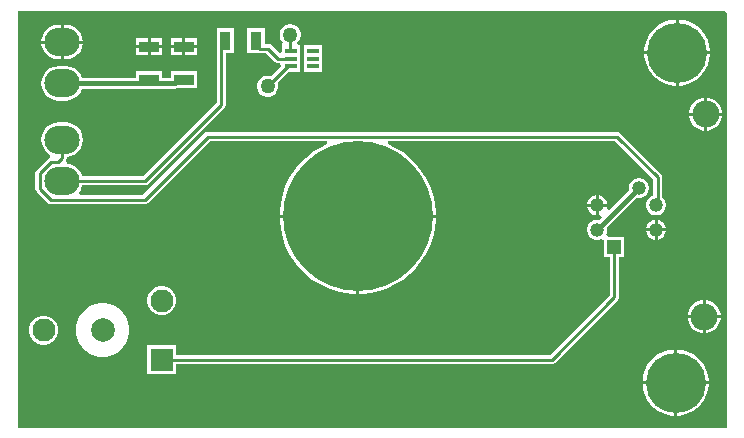
<source format=gbr>
%TF.GenerationSoftware,Altium Limited,Altium Designer,24.6.1 (21)*%
G04 Layer_Physical_Order=1*
G04 Layer_Color=255*
%FSLAX45Y45*%
%MOMM*%
%TF.SameCoordinates,973C4F09-4287-4DA2-A26F-92637CA031E7*%
%TF.FilePolarity,Positive*%
%TF.FileFunction,Copper,L1,Top,Signal*%
%TF.Part,Single*%
G01*
G75*
%TA.AperFunction,SMDPad,CuDef*%
%ADD10R,1.70000X0.95000*%
%ADD11R,1.00000X0.45000*%
%ADD12R,0.95606X1.60981*%
%TA.AperFunction,Conductor*%
%ADD13C,0.38100*%
%ADD14C,0.25400*%
%TA.AperFunction,ComponentPad*%
%ADD15R,1.19200X1.19200*%
%ADD16C,1.19200*%
%TA.AperFunction,ViaPad*%
%ADD17C,12.70000*%
%ADD18C,5.08000*%
%TA.AperFunction,ComponentPad*%
%ADD19R,1.95000X1.95000*%
%ADD20C,1.95000*%
%ADD21C,2.00000*%
%TA.AperFunction,ViaPad*%
%ADD22C,2.28600*%
%TA.AperFunction,ComponentPad*%
%ADD23O,3.00000X2.40000*%
%TA.AperFunction,ViaPad*%
%ADD24C,1.27000*%
G36*
X8547100Y12682038D02*
Y9169400D01*
X2547339D01*
X2545189Y9174589D01*
Y12698773D01*
X8529138Y12699996D01*
X8547100Y12682038D01*
D02*
G37*
%LPC*%
G36*
X2951000Y12579955D02*
X2933700D01*
Y12446000D01*
X3095983D01*
X3092658Y12471257D01*
X3078007Y12506627D01*
X3054701Y12537001D01*
X3024327Y12560307D01*
X2988957Y12574958D01*
X2951000Y12579955D01*
D02*
G37*
G36*
X2908300D02*
X2891000D01*
X2853043Y12574958D01*
X2817673Y12560307D01*
X2787299Y12537001D01*
X2763993Y12506627D01*
X2749342Y12471257D01*
X2746017Y12446000D01*
X2908300D01*
Y12579955D01*
D02*
G37*
G36*
X4060100Y12468400D02*
X3962400D01*
Y12408200D01*
X4060100D01*
Y12468400D01*
D02*
G37*
G36*
X3768000D02*
X3670300D01*
Y12408200D01*
X3768000D01*
Y12468400D01*
D02*
G37*
G36*
X3644900D02*
X3547200D01*
Y12408200D01*
X3644900D01*
Y12468400D01*
D02*
G37*
G36*
X3937000D02*
X3839300D01*
Y12408200D01*
X3937000D01*
Y12468400D01*
D02*
G37*
G36*
X8149989Y12623800D02*
X8140700D01*
Y12357100D01*
X8407400D01*
Y12366389D01*
X8400520Y12409826D01*
X8386930Y12451652D01*
X8366964Y12490837D01*
X8341114Y12526417D01*
X8310017Y12557514D01*
X8274437Y12583364D01*
X8235252Y12603330D01*
X8193426Y12616920D01*
X8149989Y12623800D01*
D02*
G37*
G36*
X8115300D02*
X8106011D01*
X8062574Y12616920D01*
X8020748Y12603330D01*
X7981563Y12583364D01*
X7945983Y12557514D01*
X7914886Y12526417D01*
X7889036Y12490837D01*
X7869070Y12451652D01*
X7855480Y12409826D01*
X7848600Y12366389D01*
Y12357100D01*
X8115300D01*
Y12623800D01*
D02*
G37*
G36*
X4863104Y12585700D02*
X4839696D01*
X4817086Y12579642D01*
X4796814Y12567938D01*
X4780262Y12551386D01*
X4768558Y12531114D01*
X4762500Y12508504D01*
Y12485096D01*
X4768558Y12462486D01*
X4780262Y12442214D01*
X4790578Y12431898D01*
X4782599Y12406498D01*
X4782599D01*
Y12353269D01*
X4757199Y12342748D01*
X4694269Y12405678D01*
X4681666Y12414099D01*
X4666800Y12417056D01*
X4635612D01*
Y12551890D01*
X4489206D01*
Y12340110D01*
X4593759D01*
X4597512Y12339363D01*
X4650710D01*
X4723942Y12266131D01*
X4736544Y12257711D01*
X4751410Y12254753D01*
X4767425D01*
X4776314Y12229353D01*
X4690159Y12143199D01*
X4672604Y12147903D01*
X4649196D01*
X4626586Y12141844D01*
X4606314Y12130140D01*
X4589762Y12113588D01*
X4578058Y12093317D01*
X4572000Y12070706D01*
Y12047299D01*
X4578058Y12024688D01*
X4589762Y12004417D01*
X4606314Y11987865D01*
X4626586Y11976161D01*
X4649196Y11970103D01*
X4672604D01*
X4695214Y11976161D01*
X4715486Y11987865D01*
X4732038Y12004417D01*
X4743742Y12024688D01*
X4749800Y12047299D01*
Y12070706D01*
X4745096Y12088262D01*
X4837536Y12180702D01*
X4933399D01*
Y12245700D01*
Y12310699D01*
Y12406498D01*
X4921041D01*
X4912222Y12431898D01*
X4922538Y12442214D01*
X4934242Y12462486D01*
X4940300Y12485096D01*
Y12508504D01*
X4934242Y12531114D01*
X4922538Y12551386D01*
X4905986Y12567938D01*
X4885714Y12579642D01*
X4863104Y12585700D01*
D02*
G37*
G36*
X4060100Y12382800D02*
X3962400D01*
Y12322600D01*
X4060100D01*
Y12382800D01*
D02*
G37*
G36*
X3937000D02*
X3839300D01*
Y12322600D01*
X3937000D01*
Y12382800D01*
D02*
G37*
G36*
X3768000D02*
X3670300D01*
Y12322600D01*
X3768000D01*
Y12382800D01*
D02*
G37*
G36*
X3644900D02*
X3547200D01*
Y12322600D01*
X3644900D01*
Y12382800D01*
D02*
G37*
G36*
X3095983Y12420600D02*
X2933700D01*
Y12286645D01*
X2951000D01*
X2988957Y12291642D01*
X3024327Y12306293D01*
X3054701Y12329599D01*
X3078007Y12359973D01*
X3092658Y12395343D01*
X3095983Y12420600D01*
D02*
G37*
G36*
X2908300D02*
X2746017D01*
X2749342Y12395343D01*
X2763993Y12359973D01*
X2787299Y12329599D01*
X2817673Y12306293D01*
X2853043Y12291642D01*
X2891000Y12286645D01*
X2908300D01*
Y12420600D01*
D02*
G37*
G36*
X5123401Y12406498D02*
X4972601D01*
Y12310699D01*
Y12245700D01*
Y12180702D01*
X5123401D01*
Y12245700D01*
Y12310699D01*
Y12406498D01*
D02*
G37*
G36*
X8407400Y12331700D02*
X8140700D01*
Y12065000D01*
X8149989D01*
X8193426Y12071880D01*
X8235252Y12085470D01*
X8274437Y12105436D01*
X8310017Y12131286D01*
X8341114Y12162383D01*
X8366964Y12197963D01*
X8386930Y12237148D01*
X8400520Y12278974D01*
X8407400Y12322411D01*
Y12331700D01*
D02*
G37*
G36*
X8115300D02*
X7848600D01*
Y12322411D01*
X7855480Y12278974D01*
X7869070Y12237148D01*
X7889036Y12197963D01*
X7914886Y12162383D01*
X7945983Y12131286D01*
X7981563Y12105436D01*
X8020748Y12085470D01*
X8062574Y12071880D01*
X8106011Y12065000D01*
X8115300D01*
Y12331700D01*
D02*
G37*
G36*
X2951000Y12229953D02*
X2891000D01*
X2853043Y12224956D01*
X2817673Y12210305D01*
X2787299Y12186999D01*
X2763993Y12156625D01*
X2749342Y12121255D01*
X2744345Y12083298D01*
X2749342Y12045341D01*
X2763993Y12009971D01*
X2787299Y11979598D01*
X2817673Y11956291D01*
X2853043Y11941641D01*
X2891000Y11936643D01*
X2951000D01*
X2988957Y11941641D01*
X3024327Y11956291D01*
X3054701Y11979598D01*
X3078007Y12009971D01*
X3089607Y12037977D01*
X3879998D01*
X3897341Y12041427D01*
X3899097Y12042600D01*
X4060100D01*
Y12188400D01*
X3839300D01*
Y12128619D01*
X3768000D01*
Y12188400D01*
X3547200D01*
Y12128619D01*
X3089607D01*
X3078007Y12156625D01*
X3054701Y12186999D01*
X3024327Y12210305D01*
X2988957Y12224956D01*
X2951000Y12229953D01*
D02*
G37*
G36*
X8387692Y11963400D02*
X8382000D01*
Y11836400D01*
X8509000D01*
Y11842092D01*
X8499480Y11877622D01*
X8481088Y11909478D01*
X8455078Y11935488D01*
X8423222Y11953880D01*
X8387692Y11963400D01*
D02*
G37*
G36*
X8356600D02*
X8350908D01*
X8315378Y11953880D01*
X8283522Y11935488D01*
X8257512Y11909478D01*
X8239120Y11877622D01*
X8229600Y11842092D01*
Y11836400D01*
X8356600D01*
Y11963400D01*
D02*
G37*
G36*
X8509000Y11811000D02*
X8382000D01*
Y11684000D01*
X8387692D01*
X8423222Y11693520D01*
X8455078Y11711912D01*
X8481088Y11737922D01*
X8499480Y11769778D01*
X8509000Y11805308D01*
Y11811000D01*
D02*
G37*
G36*
X8356600D02*
X8229600D01*
Y11805308D01*
X8239120Y11769778D01*
X8257512Y11737922D01*
X8283522Y11711912D01*
X8315378Y11693520D01*
X8350908Y11684000D01*
X8356600D01*
Y11811000D01*
D02*
G37*
G36*
X4375394Y12551890D02*
X4228988D01*
Y12414650D01*
X4228242Y12410897D01*
Y11915879D01*
X3609008Y11296645D01*
X3092289D01*
X3078007Y11331125D01*
X3054701Y11361499D01*
X3024327Y11384805D01*
X2988957Y11399456D01*
X2964795Y11402637D01*
X2960268Y11408070D01*
X2953220Y11429342D01*
X2956889Y11434834D01*
X2959847Y11449700D01*
Y11462310D01*
X2988957Y11466142D01*
X3024327Y11480793D01*
X3054701Y11504099D01*
X3078007Y11534473D01*
X3092658Y11569843D01*
X3097655Y11607800D01*
X3092658Y11645757D01*
X3078007Y11681127D01*
X3054701Y11711501D01*
X3024327Y11734807D01*
X2988957Y11749458D01*
X2951000Y11754455D01*
X2891000D01*
X2853043Y11749458D01*
X2817673Y11734807D01*
X2787299Y11711501D01*
X2763993Y11681127D01*
X2749342Y11645757D01*
X2744345Y11607800D01*
X2749342Y11569843D01*
X2763993Y11534473D01*
X2787299Y11504099D01*
X2817673Y11480793D01*
X2820462Y11479638D01*
X2817861Y11453222D01*
X2810647Y11451788D01*
X2798044Y11443367D01*
X2705431Y11350754D01*
X2697011Y11338151D01*
X2694054Y11323285D01*
Y11192311D01*
X2697011Y11177445D01*
X2705431Y11164843D01*
X2798044Y11072230D01*
X2810647Y11063809D01*
X2825513Y11060852D01*
X3619398D01*
X3634264Y11063809D01*
X3646867Y11072230D01*
X4168991Y11594353D01*
X5163696D01*
X5165130Y11568953D01*
X5102949Y11539008D01*
X5040143Y11499545D01*
X4982151Y11453298D01*
X4929702Y11400849D01*
X4883455Y11342857D01*
X4843992Y11280051D01*
X4811809Y11213222D01*
X4787310Y11143210D01*
X4770805Y11070895D01*
X4762500Y10997187D01*
Y10972800D01*
X6083300D01*
Y10997187D01*
X6074995Y11070895D01*
X6058490Y11143210D01*
X6033991Y11213222D01*
X6001808Y11280051D01*
X5962345Y11342857D01*
X5916098Y11400849D01*
X5863649Y11453298D01*
X5805657Y11499545D01*
X5742851Y11539008D01*
X5680670Y11568953D01*
X5682104Y11594353D01*
X7603909D01*
X7924053Y11274209D01*
Y11133391D01*
X7917391Y11131606D01*
X7898009Y11120415D01*
X7882183Y11104590D01*
X7870993Y11085207D01*
X7865200Y11063589D01*
Y11041208D01*
X7870993Y11019590D01*
X7882183Y11000207D01*
X7898009Y10984382D01*
X7917391Y10973191D01*
X7939010Y10967399D01*
X7961390D01*
X7983009Y10973191D01*
X8002391Y10984382D01*
X8018217Y11000207D01*
X8029407Y11019590D01*
X8035200Y11041208D01*
Y11063589D01*
X8029407Y11085207D01*
X8018217Y11104590D01*
X8002391Y11120415D01*
X8001747Y11120788D01*
Y11290300D01*
X7998789Y11305166D01*
X7990369Y11317769D01*
X7647469Y11660669D01*
X7634866Y11669089D01*
X7620000Y11672047D01*
X4152900D01*
X4138034Y11669089D01*
X4125431Y11660669D01*
X3603307Y11138545D01*
X3074695D01*
X3062257Y11163945D01*
X3078007Y11184471D01*
X3092289Y11218952D01*
X3625098D01*
X3639964Y11221909D01*
X3652567Y11230330D01*
X4294557Y11872320D01*
X4302978Y11884922D01*
X4305935Y11899788D01*
Y12340110D01*
X4375394D01*
Y12551890D01*
D02*
G37*
G36*
X7815193Y11283499D02*
X7792812D01*
X7771194Y11277707D01*
X7751812Y11266516D01*
X7735986Y11250690D01*
X7724795Y11231308D01*
X7719003Y11209690D01*
Y11187309D01*
X7721056Y11179648D01*
X7555266Y11013858D01*
X7532493Y11027006D01*
X7535894Y11039699D01*
X7463998D01*
Y10967803D01*
X7476690Y10971204D01*
X7489838Y10948431D01*
X7470154Y10928746D01*
X7462489Y10930800D01*
X7440108D01*
X7418490Y10925007D01*
X7399107Y10913817D01*
X7383281Y10897991D01*
X7372091Y10878609D01*
X7366298Y10856990D01*
Y10834610D01*
X7372091Y10812991D01*
X7383281Y10793609D01*
X7399107Y10777783D01*
X7418490Y10766593D01*
X7440108Y10760800D01*
X7462489D01*
X7484107Y10766593D01*
X7486999Y10768262D01*
X7512399Y10753598D01*
Y10614699D01*
X7558553D01*
Y10293190D01*
X7049107Y9783744D01*
X3886799D01*
Y9867798D01*
X3640999D01*
Y9621998D01*
X3886799D01*
Y9706051D01*
X7065198D01*
X7080064Y9709009D01*
X7092667Y9717429D01*
X7624868Y10249631D01*
X7633289Y10262233D01*
X7636246Y10277099D01*
Y10614699D01*
X7682399D01*
Y10784699D01*
X7543501D01*
X7528836Y10810099D01*
X7530506Y10812991D01*
X7536298Y10834610D01*
Y10856990D01*
X7534246Y10864651D01*
X7785147Y11115553D01*
X7792812Y11113499D01*
X7815193D01*
X7836811Y11119292D01*
X7856194Y11130482D01*
X7872020Y11146308D01*
X7883210Y11165691D01*
X7889003Y11187309D01*
Y11209690D01*
X7883210Y11231308D01*
X7872020Y11250690D01*
X7856194Y11266516D01*
X7836811Y11277707D01*
X7815193Y11283499D01*
D02*
G37*
G36*
X7463998Y11136994D02*
Y11065099D01*
X7535894D01*
X7530506Y11085207D01*
X7519315Y11104590D01*
X7503489Y11120415D01*
X7484107Y11131606D01*
X7463998Y11136994D01*
D02*
G37*
G36*
X7438598D02*
X7418490Y11131606D01*
X7399107Y11120415D01*
X7383281Y11104590D01*
X7372091Y11085207D01*
X7366703Y11065099D01*
X7438598D01*
Y11136994D01*
D02*
G37*
G36*
Y11039699D02*
X7366703D01*
X7372091Y11019590D01*
X7383281Y11000207D01*
X7399107Y10984382D01*
X7418490Y10973191D01*
X7438598Y10967803D01*
Y11039699D01*
D02*
G37*
G36*
X7962900Y10930395D02*
Y10858500D01*
X8034795D01*
X8029407Y10878609D01*
X8018217Y10897991D01*
X8002391Y10913817D01*
X7983009Y10925007D01*
X7962900Y10930395D01*
D02*
G37*
G36*
X7937500D02*
X7917391Y10925007D01*
X7898009Y10913817D01*
X7882183Y10897991D01*
X7870993Y10878609D01*
X7865605Y10858500D01*
X7937500D01*
Y10930395D01*
D02*
G37*
G36*
X8034795Y10833100D02*
X7962900D01*
Y10761205D01*
X7983009Y10766593D01*
X8002391Y10777783D01*
X8018217Y10793609D01*
X8029407Y10812991D01*
X8034795Y10833100D01*
D02*
G37*
G36*
X7937500D02*
X7865605D01*
X7870993Y10812991D01*
X7882183Y10793609D01*
X7898009Y10777783D01*
X7917391Y10766593D01*
X7937500Y10761205D01*
Y10833100D01*
D02*
G37*
G36*
X6083300Y10947400D02*
X5435600D01*
Y10299700D01*
X5459987D01*
X5533695Y10308005D01*
X5606010Y10324510D01*
X5676022Y10349009D01*
X5742851Y10381192D01*
X5805657Y10420655D01*
X5863649Y10466902D01*
X5916098Y10519351D01*
X5962345Y10577343D01*
X6001808Y10640149D01*
X6033991Y10706978D01*
X6058490Y10776990D01*
X6074995Y10849305D01*
X6083300Y10923013D01*
Y10947400D01*
D02*
G37*
G36*
X5410200D02*
X4762500D01*
Y10923013D01*
X4770805Y10849305D01*
X4787310Y10776990D01*
X4811809Y10706978D01*
X4843992Y10640149D01*
X4883455Y10577343D01*
X4929702Y10519351D01*
X4982151Y10466902D01*
X5040143Y10420655D01*
X5102949Y10381192D01*
X5169778Y10349009D01*
X5239790Y10324510D01*
X5312105Y10308005D01*
X5385813Y10299700D01*
X5410200D01*
Y10947400D01*
D02*
G37*
G36*
X3780079Y10367802D02*
X3747719D01*
X3716461Y10359427D01*
X3688437Y10343247D01*
X3665555Y10320364D01*
X3649374Y10292340D01*
X3640999Y10261082D01*
Y10228722D01*
X3649374Y10197464D01*
X3665555Y10169440D01*
X3688437Y10146558D01*
X3716461Y10130378D01*
X3747719Y10122002D01*
X3780079D01*
X3811337Y10130378D01*
X3839361Y10146558D01*
X3862243Y10169440D01*
X3878424Y10197464D01*
X3886799Y10228722D01*
Y10261082D01*
X3878424Y10292340D01*
X3862243Y10320364D01*
X3839361Y10343247D01*
X3811337Y10359427D01*
X3780079Y10367802D01*
D02*
G37*
G36*
X8374992Y10248900D02*
X8369300D01*
Y10121900D01*
X8496300D01*
Y10127592D01*
X8486780Y10163122D01*
X8468388Y10194978D01*
X8442378Y10220988D01*
X8410522Y10239380D01*
X8374992Y10248900D01*
D02*
G37*
G36*
X8343900D02*
X8338208D01*
X8302678Y10239380D01*
X8270822Y10220988D01*
X8244812Y10194978D01*
X8226420Y10163122D01*
X8216900Y10127592D01*
Y10121900D01*
X8343900D01*
Y10248900D01*
D02*
G37*
G36*
X8496300Y10096500D02*
X8369300D01*
Y9969500D01*
X8374992D01*
X8410522Y9979020D01*
X8442378Y9997412D01*
X8468388Y10023422D01*
X8486780Y10055278D01*
X8496300Y10090808D01*
Y10096500D01*
D02*
G37*
G36*
X8343900D02*
X8216900D01*
Y10090808D01*
X8226420Y10055278D01*
X8244812Y10023422D01*
X8270822Y9997412D01*
X8302678Y9979020D01*
X8338208Y9969500D01*
X8343900D01*
Y10096500D01*
D02*
G37*
G36*
X2780081Y10117800D02*
X2747721D01*
X2716463Y10109425D01*
X2688439Y10093244D01*
X2665557Y10070362D01*
X2649376Y10042338D01*
X2641001Y10011080D01*
Y9978720D01*
X2649376Y9947462D01*
X2665557Y9919438D01*
X2688439Y9896556D01*
X2716463Y9880375D01*
X2747721Y9872000D01*
X2780081D01*
X2811339Y9880375D01*
X2839363Y9896556D01*
X2862245Y9919438D01*
X2878426Y9947462D01*
X2886801Y9978720D01*
Y10011080D01*
X2878426Y10042338D01*
X2862245Y10070362D01*
X2839363Y10093244D01*
X2811339Y10109425D01*
X2780081Y10117800D01*
D02*
G37*
G36*
X3286100Y10220300D02*
X3241700D01*
X3198153Y10211638D01*
X3157133Y10194647D01*
X3120216Y10169980D01*
X3088820Y10138584D01*
X3064153Y10101667D01*
X3047162Y10060647D01*
X3038500Y10017100D01*
Y9972700D01*
X3047162Y9929153D01*
X3064153Y9888133D01*
X3088820Y9851216D01*
X3120216Y9819820D01*
X3157133Y9795153D01*
X3198153Y9778162D01*
X3241700Y9769500D01*
X3286100D01*
X3329647Y9778162D01*
X3370667Y9795153D01*
X3407584Y9819820D01*
X3438980Y9851216D01*
X3463647Y9888133D01*
X3480638Y9929153D01*
X3489300Y9972700D01*
Y10017100D01*
X3480638Y10060647D01*
X3463647Y10101667D01*
X3438980Y10138584D01*
X3407584Y10169980D01*
X3370667Y10194647D01*
X3329647Y10211638D01*
X3286100Y10220300D01*
D02*
G37*
G36*
X8137289Y9829800D02*
X8128000D01*
Y9563100D01*
X8394700D01*
Y9572389D01*
X8387820Y9615826D01*
X8374230Y9657652D01*
X8354264Y9696837D01*
X8328414Y9732417D01*
X8297317Y9763514D01*
X8261737Y9789364D01*
X8222552Y9809330D01*
X8180726Y9822920D01*
X8137289Y9829800D01*
D02*
G37*
G36*
X8102600D02*
X8093311D01*
X8049874Y9822920D01*
X8008048Y9809330D01*
X7968863Y9789364D01*
X7933283Y9763514D01*
X7902186Y9732417D01*
X7876336Y9696837D01*
X7856370Y9657652D01*
X7842780Y9615826D01*
X7835900Y9572389D01*
Y9563100D01*
X8102600D01*
Y9829800D01*
D02*
G37*
G36*
X8394700Y9537700D02*
X8128000D01*
Y9271000D01*
X8137289D01*
X8180726Y9277880D01*
X8222552Y9291470D01*
X8261737Y9311436D01*
X8297317Y9337286D01*
X8328414Y9368383D01*
X8354264Y9403963D01*
X8374230Y9443148D01*
X8387820Y9484974D01*
X8394700Y9528411D01*
Y9537700D01*
D02*
G37*
G36*
X8102600D02*
X7835900D01*
Y9528411D01*
X7842780Y9484974D01*
X7856370Y9443148D01*
X7876336Y9403963D01*
X7902186Y9368383D01*
X7933283Y9337286D01*
X7968863Y9311436D01*
X8008048Y9291470D01*
X8049874Y9277880D01*
X8093311Y9271000D01*
X8102600D01*
Y9537700D01*
D02*
G37*
%LPD*%
D10*
X3949700Y12115500D02*
D03*
Y12395500D02*
D03*
X3657600Y12115500D02*
D03*
Y12395500D02*
D03*
D11*
X4857999Y12358599D02*
D03*
Y12293600D02*
D03*
Y12228601D02*
D03*
X5048001D02*
D03*
Y12293600D02*
D03*
Y12358599D02*
D03*
D12*
X4302191Y12446000D02*
D03*
X4562409D02*
D03*
D13*
X2921000Y12083298D02*
X3879998D01*
X7451301Y10845800D02*
X7804000Y11198499D01*
X7804003D01*
X7451298Y10845800D02*
X7451301D01*
X3912200Y12115500D02*
X3949700D01*
X3879998Y12083298D02*
X3912200Y12115500D01*
D14*
X4660900Y12059003D02*
X4830499Y12228601D01*
X4857999D01*
X4152900Y11633200D02*
X7620000D01*
X7962900Y11290300D01*
Y11065099D02*
Y11290300D01*
X7950200Y11052399D02*
X7962900Y11065099D01*
X3619398Y11099698D02*
X4152900Y11633200D01*
X2921000Y11449700D02*
Y11607800D01*
X2887198Y11415898D02*
X2921000Y11449700D01*
X2825513Y11415898D02*
X2887198D01*
X2732900Y11192311D02*
Y11323285D01*
Y11192311D02*
X2825513Y11099698D01*
X3619398D01*
X2732900Y11323285D02*
X2825513Y11415898D01*
X4851400Y12365198D02*
X4857999Y12358599D01*
X4851400Y12365198D02*
Y12496800D01*
X4267088Y12410897D02*
X4302191Y12446000D01*
X4267088Y11899788D02*
Y12410897D01*
X2921000Y11257798D02*
X3625098D01*
X4267088Y11899788D01*
X4666800Y12378210D02*
X4751410Y12293600D01*
X4857999D01*
X4562409Y12413312D02*
Y12446000D01*
Y12413312D02*
X4597512Y12378210D01*
X4666800D01*
X3763899Y9744898D02*
X7065198D01*
X7597399Y10277099D02*
Y10699699D01*
X7065198Y9744898D02*
X7597399Y10277099D01*
D15*
Y10699699D02*
D03*
D16*
X7451298Y10845800D02*
D03*
Y11052399D02*
D03*
X7804003Y11198499D02*
D03*
X7950200Y11052399D02*
D03*
Y10845800D02*
D03*
D17*
X5422900Y10960100D02*
D03*
D18*
X8128000Y12344400D02*
D03*
X8115300Y9550400D02*
D03*
D19*
X3763899Y9744898D02*
D03*
D20*
Y10244902D02*
D03*
X2763901Y9994900D02*
D03*
D21*
X3263900D02*
D03*
D22*
X8356600Y10109200D02*
D03*
X8369300Y11823700D02*
D03*
D23*
X2921000Y12433300D02*
D03*
Y12083298D02*
D03*
Y11607800D02*
D03*
Y11257798D02*
D03*
D24*
X4660900Y12059003D02*
D03*
X4851400Y12496800D02*
D03*
%TF.MD5,58968fa70f5b0c0048cf24f78499c49d*%
M02*

</source>
